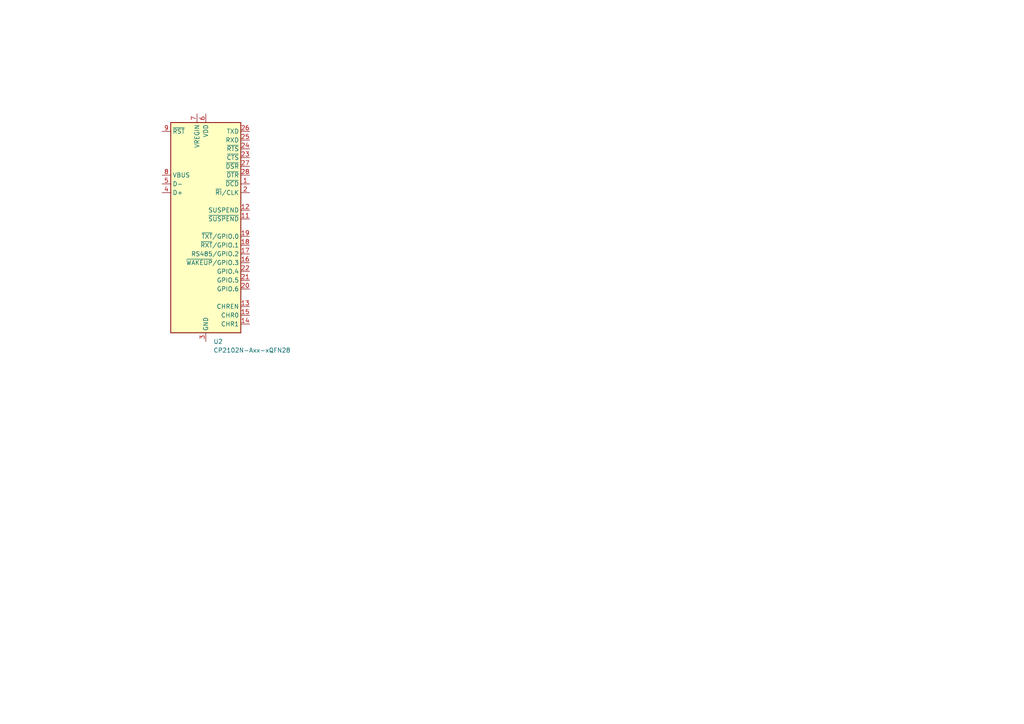
<source format=kicad_sch>
(kicad_sch (version 20230121) (generator eeschema)
  (paper "A4")
  (lib_symbols
    (symbol "Interface_USB:CP2102N-Axx-xQFN28"
      (property "Reference" "U" (at -8.89 31.75 0))
      (property "Value" "CP2102N-Axx-xQFN28" (at 12.7 31.75 0))
      (symbol "CP2102N-Axx-xQFN28_0_1"
        (rectangle (start -10.16 30.48) (end 10.16 -30.48) (stroke (width 0.254)) (fill (type background)))
      )
      (symbol "CP2102N-Axx-xQFN28_1_1"
        (pin input line (at 12.7 12.7 180) (length 2.54) (name "~{DCD}") (number "1"))
        (pin no_connect line (at -10.16 -27.94 0) (length 2.54) hide (name "NC") (number "10"))
        (pin output line (at 12.7 2.54 180) (length 2.54) (name "~{SUSPEND}") (number "11"))
        (pin output line (at 12.7 5.08 180) (length 2.54) (name "SUSPEND") (number "12"))
        (pin output line (at 12.7 -22.86 180) (length 2.54) (name "CHREN") (number "13"))
        (pin output line (at 12.7 -27.94 180) (length 2.54) (name "CHR1") (number "14"))
        (pin output line (at 12.7 -25.4 180) (length 2.54) (name "CHR0") (number "15"))
        (pin bidirectional line (at 12.7 -10.16 180) (length 2.54) (name "~{WAKEUP}/GPIO.3") (number "16"))
        (pin bidirectional line (at 12.7 -7.62 180) (length 2.54) (name "RS485/GPIO.2") (number "17"))
        (pin bidirectional line (at 12.7 -5.08 180) (length 2.54) (name "~{RXT}/GPIO.1") (number "18"))
        (pin bidirectional line (at 12.7 -2.54 180) (length 2.54) (name "~{TXT}/GPIO.0") (number "19"))
        (pin bidirectional line (at 12.7 10.16 180) (length 2.54) (name "~{RI}/CLK") (number "2"))
        (pin bidirectional line (at 12.7 -17.78 180) (length 2.54) (name "GPIO.6") (number "20"))
        (pin bidirectional line (at 12.7 -15.24 180) (length 2.54) (name "GPIO.5") (number "21"))
        (pin bidirectional line (at 12.7 -12.7 180) (length 2.54) (name "GPIO.4") (number "22"))
        (pin input line (at 12.7 20.32 180) (length 2.54) (name "~{CTS}") (number "23"))
        (pin output line (at 12.7 22.86 180) (length 2.54) (name "~{RTS}") (number "24"))
        (pin input line (at 12.7 25.4 180) (length 2.54) (name "RXD") (number "25"))
        (pin output line (at 12.7 27.94 180) (length 2.54) (name "TXD") (number "26"))
        (pin input line (at 12.7 17.78 180) (length 2.54) (name "~{DSR}") (number "27"))
        (pin output line (at 12.7 15.24 180) (length 2.54) (name "~{DTR}") (number "28"))
        (pin passive line (at 0 -33.02 90) (length 2.54) hide (name "GND") (number "29"))
        (pin power_in line (at 0 -33.02 90) (length 2.54) (name "GND") (number "3"))
        (pin bidirectional line (at -12.7 10.16 0) (length 2.54) (name "D+") (number "4"))
        (pin bidirectional line (at -12.7 12.7 0) (length 2.54) (name "D-") (number "5"))
        (pin power_in line (at 0 33.02 270) (length 2.54) (name "VDD") (number "6"))
        (pin power_in line (at -2.54 33.02 270) (length 2.54) (name "VREGIN") (number "7"))
        (pin input line (at -12.7 15.24 0) (length 2.54) (name "VBUS") (number "8"))
        (pin input line (at -12.7 27.94 0) (length 2.54) (name "~{RST}") (number "9"))
      )
    )
  )
  (symbol (lib_id "Interface_USB:CP2102N-Axx-xQFN28") (at 59.69 66.04 0) (unit 1)
    (property "Reference" "U2" (at 61.8841 99.06 0) (effects (justify left)))
    (property "Value" "CP2102N-Axx-xQFN28" (at 61.8841 101.6 0) (effects (justify left)))
    (property "Footprint" "Package_DFN_QFN:QFN-28-1EP_5x5mm_P0.5mm_EP3.35x3.35mm" (effects hide))
    (property "Datasheet" "https://www.silabs.com/documents/public/data-sheets/cp2102n-datasheet.pdf" (effects hide))
    (property "JLCPCB Part" "C964632" (effects hide))
  )
)
</source>
